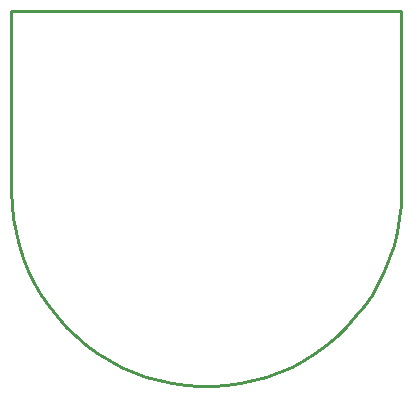
<source format=gko>
%FSTAX23Y23*%
%MOIN*%
%SFA1B1*%

%IPPOS*%
%ADD38C,0.010000*%
%LNpumpminder_v2-1*%
%LPD*%
G54D38*
X01Y0165D02*
D01*
X01001Y01604*
X01006Y01559*
X01014Y01514*
X01025Y0147*
X01039Y01427*
X01056Y01385*
X01076Y01344*
X01098Y01305*
X01124Y01267*
X01152Y01232*
X01182Y01198*
X01215Y01166*
X01249Y01137*
X01286Y01111*
X01325Y01087*
X01365Y01065*
X01406Y01047*
X01449Y01031*
X01492Y01019*
X01537Y01009*
X01582Y01003*
X01627Y01*
X01672*
X01717Y01003*
X01762Y01009*
X01807Y01019*
X0185Y01031*
X01893Y01047*
X01934Y01065*
X01975Y01087*
X02013Y01111*
X0205Y01137*
X02084Y01166*
X02117Y01198*
X02147Y01232*
X02175Y01267*
X02201Y01305*
X02223Y01344*
X02243Y01385*
X0226Y01427*
X02274Y0147*
X02285Y01514*
X02293Y01559*
X02298Y01604*
X023Y0165*
Y0225*
X01D02*
X023D01*
X01Y0165D02*
Y0225D01*
M02*
</source>
